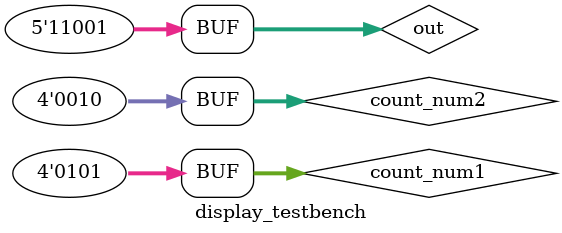
<source format=sv>
module display #(parameter WIDTH=4) (out, clk, reset, counter_num1, counter_num2, HEX0, HEX1, HEX2, HEX3, HEX4, HEX5);
	 input logic clk, reset;
	 input logic [WIDTH:0] out;
	 input logic [WIDTH-1:0] counter_num1, counter_num2;
	 output logic [6:0] HEX0, HEX1, HEX2, HEX3, HEX4, HEX5;

	 
	 //parameters for easier input 
	 //so I don't have to write this over and over again. Simplifies the process.
	 parameter  
		  zero  = 7'b1000000,
		  one  = 7'b1111001,
		  two  = 7'b0100100,
		  three  = 7'b0110000,
		  four  = 7'b0011001,
		  five  = 7'b0010010,
		  six  = 7'b0000010,
		  seven  = 7'b1111000,
		  eight  = 7'b0000000,
		  nine  = 7'b0010000,
		  off  = 7'b1111111;
		  
	 //post: this block is to ensure that the display will be able to display the different states correctly.
	 always @(*) begin
		case(out)
			5'b00000: // case for empty 
				begin
					if(counter_num2 == 4'b0000)
						HEX5 = 7'b0000110;
						HEX4 = 7'b1101010;
						HEX3 = 7'b0001100;
						HEX2 = 7'b0000111;
						HEX1 = 7'b0010001;
						HEX0 = off;
				end
			5'b11001: // case for full
				begin
					if(counter_num2 == 4'b0010)
						HEX5 = 7'b0001110;
						HEX4 = 7'b1000001;
						HEX3 = 7'b1000111;
						HEX2 = 7'b1000111;
						HEX1 = off;
						HEX0 = off;
				end
			default: //default case
				begin
				  HEX5 = off;
				  HEX4 = off;
				  HEX3 = off;
				  HEX2 = off;
				  case(counter_num1) 
						4'b0000: HEX0 = zero;
						4'b0001: HEX0 = one;
						4'b0010: HEX0 = two;
						4'b0011: HEX0 = three;
						4'b0100: HEX0 = four;
						4'b0101: HEX0 = five;
						4'b0110: HEX0 = six;
						4'b0111: HEX0 = seven;
						4'b1000: HEX0 = eight;
						4'b1001: HEX0 = nine;
						default: HEX0 = off;
				  endcase
				  case(counter_num2) 
						4'b0000: HEX1 = zero;
						4'b0001: HEX1 = one;
						4'b0010: HEX1 = two;
						4'b0011: HEX1 = three;
						4'b0100: HEX1 = four;
						4'b0101: HEX1 = five;
						4'b0110: HEX1 = six;
						4'b0111: HEX1 = seven;
						4'b1000: HEX1 = eight;
						4'b1001: HEX1 = nine;
						default: HEX1 = off;
				  endcase
				end
	  endcase
	end
endmodule


module display_testbench #(parameter WIDTH=4) ();
	 logic [WIDTH:0] out;
	 logic [WIDTH-1:0] count_num1, count_num2;
	 logic [6:0] HEX0, HEX1, HEX2, HEX3, HEX4, HEX5;
	 logic clk, reset;
	 
	 display dut(.clk, .reset, .counter_num1(count_num1), .counter_num2(count_num2), .HEX0, .HEX1, .HEX2, .HEX3, .HEX4, .HEX5);
	 
	 initial begin
			count_num2 <= 0;
			out <= 0; count_num1 <= 0; #10;
			out <= 1; count_num1 <= 1; #10;
			out <= 2; count_num1 <= 2; #10;
			out <= 3; count_num1 <= 3; #10;
			out <= 4; count_num1 <= 4; #10;
			out <= 5; count_num1 <= 5; #10;
			out <= 6; count_num1 <= 6; #10;
			out <= 7; count_num1 <= 7; #10;
			out <= 8; count_num1 <= 8; #10;
			out <= 9; count_num1 <= 9; #10;
		
			out <= 10; count_num1 <= 0; count_num2 <= 1; #10;
			out <= 11; count_num1 <= 1; count_num2 <= 1; #10;
			out <= 12; count_num1 <= 2; count_num2 <= 1; #10;
			out <= 13; count_num1 <= 3; count_num2 <= 1; #10;
			out <= 14; count_num1 <= 4; count_num2 <= 1; #10;
			out <= 15; count_num1 <= 5; count_num2 <= 1; #10;
			out <= 16; count_num1 <= 6; count_num2 <= 1; #10;
			out <= 17; count_num1 <= 7; count_num2 <= 1; #10;
			out <= 18; count_num1 <= 8; count_num2 <= 1; #10;
			out <= 19; count_num1 <= 9; count_num2 <= 1; #10;

			out <= 20; count_num1 <= 0; count_num2 <= 2; #10;
			out <= 21; count_num1 <= 1; count_num2 <= 2; #10;
			out <= 22; count_num1 <= 2; count_num2 <= 2; #10;
			out <= 23; count_num1 <= 3; count_num2 <= 2; #10;
			out <= 24; count_num1 <= 4; count_num2 <= 2; #10;
			out <= 25; count_num1 <= 5; count_num2 <= 2; #10;

			
	 end
endmodule 
</source>
